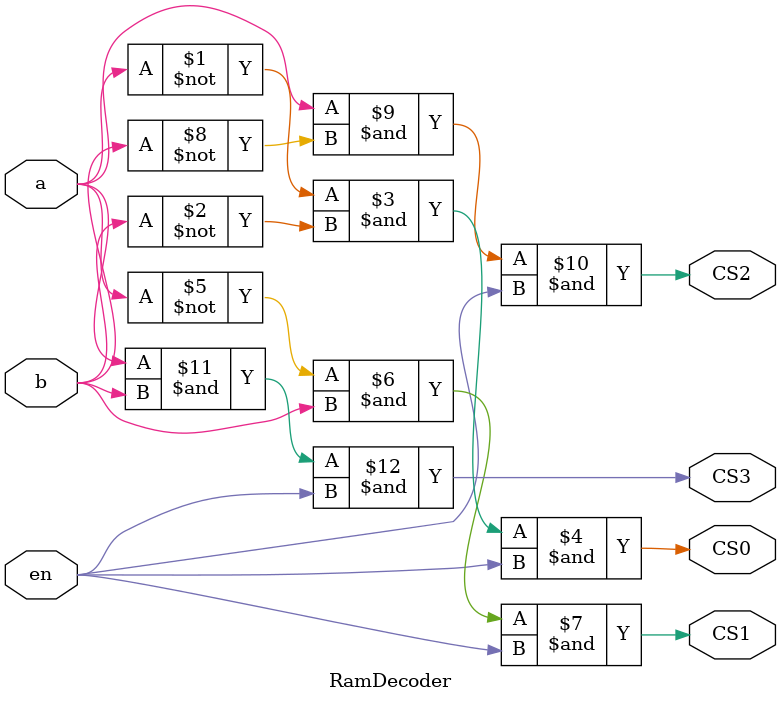
<source format=v>
module RamDecoder(a,b,en,CS0,CS1,CS2,CS3);

input a;
input b;
input en;

output  CS0,CS1,CS2,CS3; 

assign CS0= (~a) & (~b) & en;
assign CS1= (~a) & b & en;
assign CS2= a & (~b) & en;
assign CS3= a & b & en;

endmodule
</source>
